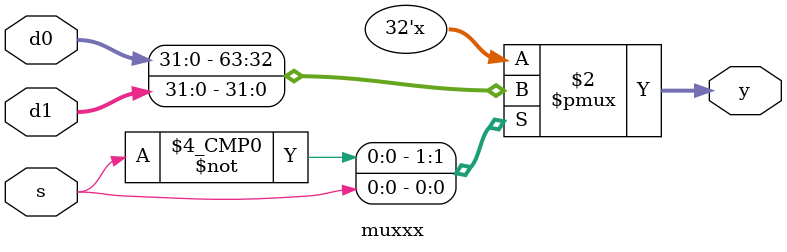
<source format=sv>
module muxxx #(parameter DATA_WIDTH = 32)
				 (input logic [DATA_WIDTH-1:0]d0, //in0
				  input logic [DATA_WIDTH-1:0]d1,  //in1
				  input logic s, 									//select
				  output logic[DATA_WIDTH-1:0]y);
	//if load is 1 branch address
	//if load is 0 PCPlus4
	always_comb begin	
		case(s)
	//enable is 0, we aren't adding value doesn't go through adder does
		1'b0: y = d0;
	
	//enable is 1, we are using the multiplexer, value does go through
		1'b1: y = d1;
		endcase
	end
endmodule

</source>
